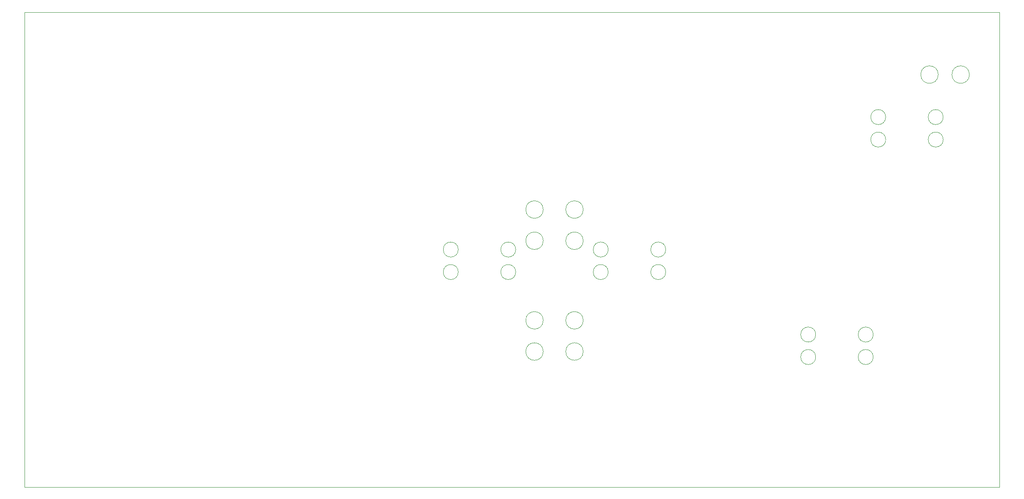
<source format=gm1>
%TF.GenerationSoftware,KiCad,Pcbnew,(5.1.7)-1*%
%TF.CreationDate,2022-01-04T16:17:04+01:00*%
%TF.ProjectId,cr-17xx-psu-preamp-board,63722d31-3778-4782-9d70-73752d707265,rev?*%
%TF.SameCoordinates,Original*%
%TF.FileFunction,Profile,NP*%
%FSLAX46Y46*%
G04 Gerber Fmt 4.6, Leading zero omitted, Abs format (unit mm)*
G04 Created by KiCad (PCBNEW (5.1.7)-1) date 2022-01-04 16:17:04*
%MOMM*%
%LPD*%
G01*
G04 APERTURE LIST*
%TA.AperFunction,Profile*%
%ADD10C,0.050000*%
%TD*%
G04 APERTURE END LIST*
D10*
X184750000Y-84000000D02*
G75*
G03*
X184750000Y-84000000I-1500000J0D01*
G01*
X173250000Y-79500000D02*
G75*
G03*
X173250000Y-79500000I-1500000J0D01*
G01*
X184750000Y-79500000D02*
G75*
G03*
X184750000Y-79500000I-1500000J0D01*
G01*
X173250000Y-84000000D02*
G75*
G03*
X173250000Y-84000000I-1500000J0D01*
G01*
X187250000Y-40500000D02*
G75*
G03*
X187250000Y-40500000I-1500000J0D01*
G01*
X198750000Y-40500000D02*
G75*
G03*
X198750000Y-40500000I-1500000J0D01*
G01*
X198750000Y-36000000D02*
G75*
G03*
X198750000Y-36000000I-1500000J0D01*
G01*
X187250000Y-36000000D02*
G75*
G03*
X187250000Y-36000000I-1500000J0D01*
G01*
X113250000Y-62500000D02*
G75*
G03*
X113250000Y-62500000I-1500000J0D01*
G01*
X101750000Y-62500000D02*
G75*
G03*
X101750000Y-62500000I-1500000J0D01*
G01*
X101750000Y-67000000D02*
G75*
G03*
X101750000Y-67000000I-1500000J0D01*
G01*
X113250000Y-67000000D02*
G75*
G03*
X113250000Y-67000000I-1500000J0D01*
G01*
X131750000Y-62500000D02*
G75*
G03*
X131750000Y-62500000I-1500000J0D01*
G01*
X131750000Y-67000000D02*
G75*
G03*
X131750000Y-67000000I-1500000J0D01*
G01*
X143250000Y-67000000D02*
G75*
G03*
X143250000Y-67000000I-1500000J0D01*
G01*
X143250000Y-62500000D02*
G75*
G03*
X143250000Y-62500000I-1500000J0D01*
G01*
X203990000Y-27500000D02*
G75*
G03*
X203990000Y-27500000I-1750000J0D01*
G01*
X197750000Y-27500000D02*
G75*
G03*
X197750000Y-27500000I-1750000J0D01*
G01*
X118750000Y-60740000D02*
G75*
G03*
X118750000Y-60740000I-1750000J0D01*
G01*
X126750000Y-60740000D02*
G75*
G03*
X126750000Y-60740000I-1750000J0D01*
G01*
X126750000Y-54500000D02*
G75*
G03*
X126750000Y-54500000I-1750000J0D01*
G01*
X118750000Y-54500000D02*
G75*
G03*
X118750000Y-54500000I-1750000J0D01*
G01*
X126750000Y-76660000D02*
G75*
G03*
X126750000Y-76660000I-1750000J0D01*
G01*
X126750000Y-82900000D02*
G75*
G03*
X126750000Y-82900000I-1750000J0D01*
G01*
X118750000Y-82900000D02*
G75*
G03*
X118750000Y-82900000I-1750000J0D01*
G01*
X118750000Y-76660000D02*
G75*
G03*
X118750000Y-76660000I-1750000J0D01*
G01*
X15000000Y-110000000D02*
X15000000Y-15000000D01*
X210000000Y-110000000D02*
X15000000Y-110000000D01*
X210000000Y-15000000D02*
X210000000Y-110000000D01*
X15000000Y-15000000D02*
X210000000Y-15000000D01*
M02*

</source>
